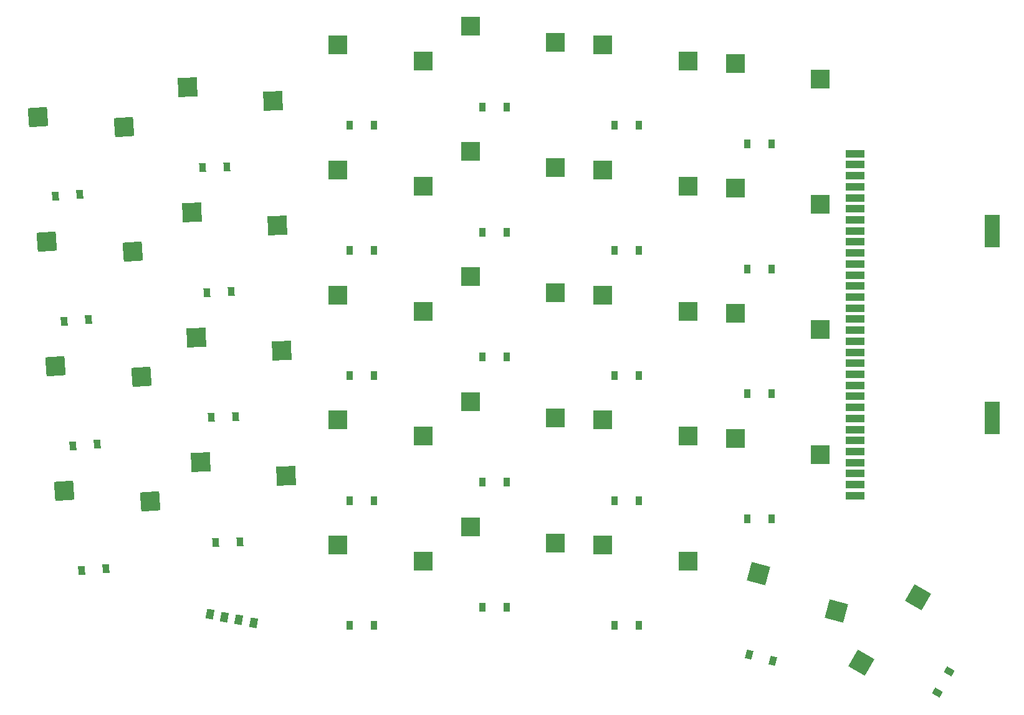
<source format=gbr>
%TF.GenerationSoftware,KiCad,Pcbnew,(6.0.11-0)*%
%TF.CreationDate,2023-07-02T11:26:45-05:00*%
%TF.ProjectId,typeboy,74797065-626f-4792-9e6b-696361645f70,v1.0.0*%
%TF.SameCoordinates,Original*%
%TF.FileFunction,Paste,Bot*%
%TF.FilePolarity,Positive*%
%FSLAX46Y46*%
G04 Gerber Fmt 4.6, Leading zero omitted, Abs format (unit mm)*
G04 Created by KiCad (PCBNEW (6.0.11-0)) date 2023-07-02 11:26:45*
%MOMM*%
%LPD*%
G01*
G04 APERTURE LIST*
G04 Aperture macros list*
%AMRotRect*
0 Rectangle, with rotation*
0 The origin of the aperture is its center*
0 $1 length*
0 $2 width*
0 $3 Rotation angle, in degrees counterclockwise*
0 Add horizontal line*
21,1,$1,$2,0,0,$3*%
G04 Aperture macros list end*
%ADD10R,0.900000X1.200000*%
%ADD11R,2.600000X2.600000*%
%ADD12RotRect,2.600000X2.600000X4.000000*%
%ADD13R,2.500000X1.000000*%
%ADD14R,2.000000X4.500000*%
%ADD15RotRect,0.900000X1.200000X2.000000*%
%ADD16RotRect,2.600000X2.600000X2.000000*%
%ADD17RotRect,0.900000X1.200000X4.000000*%
%ADD18RotRect,1.000000X1.300000X169.000000*%
%ADD19RotRect,0.900000X1.200000X60.000000*%
%ADD20RotRect,0.900000X1.200000X345.000000*%
%ADD21RotRect,2.600000X2.600000X345.000000*%
%ADD22RotRect,2.600000X2.600000X60.000000*%
G04 APERTURE END LIST*
D10*
%TO.C,D27*%
X160043765Y-130910944D03*
X163343765Y-130910944D03*
%TD*%
%TO.C,D17*%
X124043771Y-142910938D03*
X127343771Y-142910938D03*
%TD*%
D11*
%TO.C,S13*%
X104418771Y-117460943D03*
X115968771Y-119660943D03*
%TD*%
D10*
%TO.C,D15*%
X124043769Y-176910943D03*
X127343769Y-176910943D03*
%TD*%
D12*
%TO.C,S3*%
X64857816Y-144202788D03*
X76533145Y-145591742D03*
%TD*%
D13*
%TO.C,J2*%
X174643769Y-132248451D03*
X174643769Y-133748451D03*
X174643769Y-135248451D03*
X174643769Y-136748451D03*
X174643769Y-138248451D03*
X174643769Y-139748451D03*
X174643769Y-141248451D03*
X174643769Y-142748451D03*
X174643769Y-144248451D03*
X174643769Y-145748451D03*
X174643769Y-147248451D03*
X174643769Y-148748451D03*
X174643769Y-150248451D03*
X174643769Y-151748451D03*
X174643769Y-153248451D03*
X174643769Y-154748451D03*
X174643769Y-156248451D03*
X174643769Y-157748451D03*
X174643769Y-159248451D03*
X174643769Y-160748451D03*
X174643769Y-162248451D03*
X174643769Y-163748451D03*
X174643769Y-165248451D03*
X174643769Y-166748451D03*
X174643769Y-168248451D03*
X174643769Y-169748451D03*
X174643769Y-171248451D03*
X174643769Y-172748451D03*
X174643769Y-174248451D03*
X174643769Y-175748451D03*
X174643769Y-177248451D03*
X174643769Y-178748451D03*
D14*
X193314569Y-168180491D03*
X193314569Y-142816411D03*
%TD*%
D10*
%TO.C,D19*%
X142043767Y-196410939D03*
X145343767Y-196410939D03*
%TD*%
%TO.C,D16*%
X124043769Y-159910942D03*
X127343769Y-159910942D03*
%TD*%
D15*
%TO.C,D8*%
X86031565Y-134132048D03*
X89329555Y-134016880D03*
%TD*%
D11*
%TO.C,S27*%
X158418764Y-119960945D03*
X169968764Y-122160945D03*
%TD*%
D16*
%TO.C,S7*%
X84618695Y-140235075D03*
X96238438Y-142030646D03*
%TD*%
D17*
%TO.C,D3*%
X67242691Y-155012767D03*
X70534653Y-154782571D03*
%TD*%
%TO.C,D4*%
X66056832Y-138054181D03*
X69348794Y-137823985D03*
%TD*%
D10*
%TO.C,D26*%
X160043767Y-147910947D03*
X163343767Y-147910947D03*
%TD*%
D12*
%TO.C,S1*%
X67229533Y-178119970D03*
X78904862Y-179508924D03*
%TD*%
D18*
%TO.C,S\u002A\u002A*%
X92946288Y-196008995D03*
X87056525Y-194864141D03*
X90983033Y-195627377D03*
X89019779Y-195245759D03*
%TD*%
D11*
%TO.C,S9*%
X104418767Y-185460946D03*
X115968767Y-187660946D03*
%TD*%
D19*
%TO.C,D29*%
X185817614Y-205498624D03*
X187467614Y-202640740D03*
%TD*%
D11*
%TO.C,S10*%
X104418768Y-168460941D03*
X115968768Y-170660941D03*
%TD*%
%TO.C,S19*%
X140418769Y-185460937D03*
X151968769Y-187660937D03*
%TD*%
D20*
%TO.C,D28*%
X160305895Y-200313519D03*
X163493451Y-201167621D03*
%TD*%
D10*
%TO.C,D24*%
X160043773Y-181910941D03*
X163343773Y-181910941D03*
%TD*%
D16*
%TO.C,S8*%
X84025413Y-123245431D03*
X95645156Y-125041002D03*
%TD*%
D17*
%TO.C,D2*%
X68428553Y-171971352D03*
X71720515Y-171741156D03*
%TD*%
D10*
%TO.C,D20*%
X142043769Y-179410938D03*
X145343769Y-179410938D03*
%TD*%
D11*
%TO.C,S20*%
X140418769Y-168460940D03*
X151968769Y-170660940D03*
%TD*%
D10*
%TO.C,D12*%
X106043759Y-145410945D03*
X109343759Y-145410945D03*
%TD*%
D11*
%TO.C,S14*%
X122418773Y-182960943D03*
X133968773Y-185160943D03*
%TD*%
%TO.C,S18*%
X122418769Y-114960937D03*
X133968769Y-117160937D03*
%TD*%
%TO.C,S25*%
X158418767Y-153960940D03*
X169968767Y-156160940D03*
%TD*%
D12*
%TO.C,S2*%
X66043676Y-161161383D03*
X77719005Y-162550337D03*
%TD*%
D10*
%TO.C,D21*%
X142043768Y-162410943D03*
X145343768Y-162410943D03*
%TD*%
%TO.C,D14*%
X124043773Y-193910948D03*
X127343773Y-193910948D03*
%TD*%
D17*
%TO.C,D1*%
X69614409Y-188929939D03*
X72906371Y-188699743D03*
%TD*%
D10*
%TO.C,D22*%
X142043770Y-145410947D03*
X145343770Y-145410947D03*
%TD*%
D11*
%TO.C,S17*%
X122418766Y-131960943D03*
X133968766Y-134160943D03*
%TD*%
%TO.C,S15*%
X122418767Y-165960944D03*
X133968767Y-168160944D03*
%TD*%
%TO.C,S21*%
X140418772Y-151460945D03*
X151968772Y-153660945D03*
%TD*%
%TO.C,S22*%
X140418770Y-134460947D03*
X151968770Y-136660947D03*
%TD*%
%TO.C,S24*%
X158418769Y-170960940D03*
X169968769Y-173160940D03*
%TD*%
D16*
%TO.C,S5*%
X85805282Y-174214365D03*
X97425025Y-176009936D03*
%TD*%
D10*
%TO.C,D9*%
X106043764Y-196410940D03*
X109343764Y-196410940D03*
%TD*%
D21*
%TO.C,S28*%
X161570334Y-189316056D03*
X172157376Y-194430453D03*
%TD*%
D11*
%TO.C,S11*%
X104418770Y-151460945D03*
X115968770Y-153660945D03*
%TD*%
D22*
%TO.C,S29*%
X175522132Y-201430918D03*
X183202388Y-192528325D03*
%TD*%
D15*
%TO.C,D7*%
X86624867Y-151121690D03*
X89922857Y-151006522D03*
%TD*%
D10*
%TO.C,D11*%
X106043764Y-162410948D03*
X109343764Y-162410948D03*
%TD*%
D16*
%TO.C,S6*%
X85211991Y-157224718D03*
X96831734Y-159020289D03*
%TD*%
D11*
%TO.C,S12*%
X104418767Y-134460944D03*
X115968767Y-136660944D03*
%TD*%
D15*
%TO.C,D5*%
X87811436Y-185100981D03*
X91109426Y-184985813D03*
%TD*%
D11*
%TO.C,S23*%
X140418773Y-117460944D03*
X151968773Y-119660944D03*
%TD*%
D10*
%TO.C,D18*%
X124043767Y-125910939D03*
X127343767Y-125910939D03*
%TD*%
D11*
%TO.C,S26*%
X158418770Y-136960950D03*
X169968770Y-139160950D03*
%TD*%
D10*
%TO.C,D25*%
X160043770Y-164910936D03*
X163343770Y-164910936D03*
%TD*%
D11*
%TO.C,S16*%
X122418771Y-148960946D03*
X133968771Y-151160946D03*
%TD*%
D12*
%TO.C,S4*%
X63671960Y-127244208D03*
X75347289Y-128633162D03*
%TD*%
D10*
%TO.C,D13*%
X106043768Y-128410940D03*
X109343768Y-128410940D03*
%TD*%
%TO.C,D10*%
X106043768Y-179410941D03*
X109343768Y-179410941D03*
%TD*%
%TO.C,D23*%
X142043772Y-128410944D03*
X145343772Y-128410944D03*
%TD*%
D15*
%TO.C,D6*%
X87218148Y-168111335D03*
X90516138Y-167996167D03*
%TD*%
M02*

</source>
